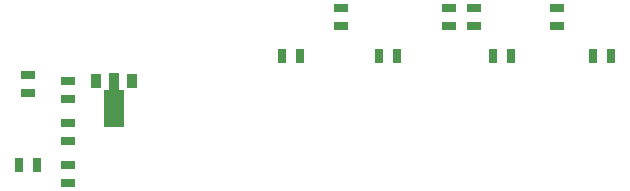
<source format=gbr>
G04 #@! TF.GenerationSoftware,KiCad,Pcbnew,5.1.10-88a1d61d58~88~ubuntu20.04.1*
G04 #@! TF.CreationDate,2021-06-28T19:55:26+01:00*
G04 #@! TF.ProjectId,hl2_6xvtr,686c325f-3678-4767-9472-2e6b69636164,1*
G04 #@! TF.SameCoordinates,PX3dfd240PY3473bc0*
G04 #@! TF.FileFunction,Paste,Bot*
G04 #@! TF.FilePolarity,Positive*
%FSLAX46Y46*%
G04 Gerber Fmt 4.6, Leading zero omitted, Abs format (unit mm)*
G04 Created by KiCad (PCBNEW 5.1.10-88a1d61d58~88~ubuntu20.04.1) date 2021-06-28 19:55:26*
%MOMM*%
%LPD*%
G01*
G04 APERTURE LIST*
%ADD10R,0.635000X1.143000*%
%ADD11R,1.143000X0.635000*%
%ADD12C,0.100000*%
%ADD13R,0.900000X1.300000*%
G04 APERTURE END LIST*
D10*
X27900500Y-39043500D03*
X29424500Y-39043500D03*
D11*
X32028000Y-40567500D03*
X32028000Y-39043500D03*
X32028000Y-35487500D03*
X32028000Y-37011500D03*
X28662500Y-31423500D03*
X28662500Y-32947500D03*
X32028000Y-33455500D03*
X32028000Y-31931500D03*
D10*
X78065500Y-29836000D03*
X76541500Y-29836000D03*
D11*
X73430000Y-27296000D03*
X73430000Y-25772000D03*
D10*
X68032500Y-29836000D03*
X69556500Y-29836000D03*
D11*
X66445000Y-25772000D03*
X66445000Y-27296000D03*
X64286000Y-25772000D03*
X64286000Y-27296000D03*
D10*
X59904500Y-29836000D03*
X58380500Y-29836000D03*
D11*
X55142000Y-27296000D03*
X55142000Y-25772000D03*
D10*
X50214400Y-29836000D03*
X51738400Y-29836000D03*
D12*
G36*
X35098500Y-35882500D02*
G01*
X35098500Y-32757500D01*
X35515000Y-32757500D01*
X35515000Y-31282500D01*
X36415000Y-31282500D01*
X36415000Y-32757500D01*
X36831500Y-32757500D01*
X36831500Y-35882500D01*
X35098500Y-35882500D01*
G37*
D13*
X37465000Y-31932500D03*
X34465000Y-31932500D03*
M02*

</source>
